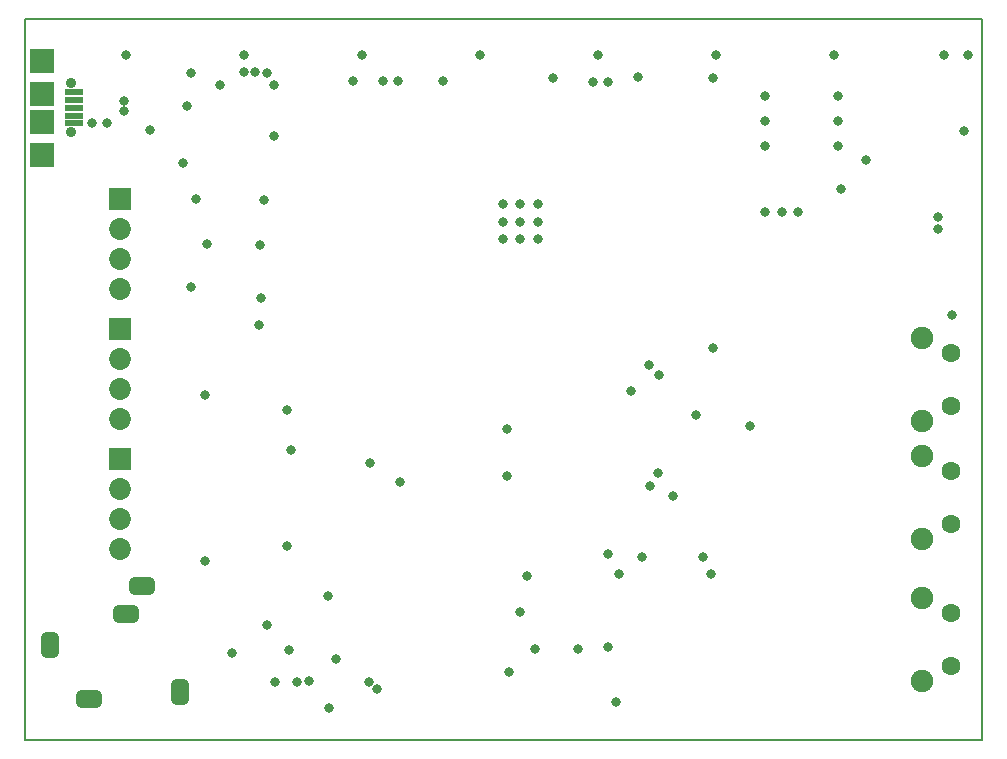
<source format=gbs>
G04*
G04 #@! TF.GenerationSoftware,Altium Limited,Altium Designer,19.0.14 (431)*
G04*
G04 Layer_Color=16711935*
%FSLAX44Y44*%
%MOMM*%
G71*
G01*
G75*
%ADD14C,0.2000*%
%ADD79C,0.9032*%
%ADD80C,1.8532*%
%ADD81R,1.8532X1.8532*%
G04:AMPARAMS|DCode=82|XSize=2.2032mm|YSize=1.5032mm|CornerRadius=0.4266mm|HoleSize=0mm|Usage=FLASHONLY|Rotation=180.000|XOffset=0mm|YOffset=0mm|HoleType=Round|Shape=RoundedRectangle|*
%AMROUNDEDRECTD82*
21,1,2.2032,0.6500,0,0,180.0*
21,1,1.3500,1.5032,0,0,180.0*
1,1,0.8532,-0.6750,0.3250*
1,1,0.8532,0.6750,0.3250*
1,1,0.8532,0.6750,-0.3250*
1,1,0.8532,-0.6750,-0.3250*
%
%ADD82ROUNDEDRECTD82*%
G04:AMPARAMS|DCode=83|XSize=2.2032mm|YSize=1.5032mm|CornerRadius=0.4266mm|HoleSize=0mm|Usage=FLASHONLY|Rotation=90.000|XOffset=0mm|YOffset=0mm|HoleType=Round|Shape=RoundedRectangle|*
%AMROUNDEDRECTD83*
21,1,2.2032,0.6500,0,0,90.0*
21,1,1.3500,1.5032,0,0,90.0*
1,1,0.8532,0.3250,0.6750*
1,1,0.8532,0.3250,-0.6750*
1,1,0.8532,-0.3250,-0.6750*
1,1,0.8532,-0.3250,0.6750*
%
%ADD83ROUNDEDRECTD83*%
%ADD84C,1.9032*%
%ADD85C,1.6032*%
%ADD86C,0.8032*%
%ADD87C,1.0032*%
%ADD88C,1.7032*%
%ADD106R,2.1032X2.1032*%
%ADD107R,2.1032X2.0032*%
%ADD108R,1.5532X0.6032*%
D14*
X0Y0D02*
X810000D01*
X0D02*
X0Y610000D01*
X810000D01*
Y0D02*
Y610000D01*
D79*
X39000Y514250D02*
D03*
Y555750D02*
D03*
D80*
X80400Y432700D02*
D03*
Y407300D02*
D03*
Y381900D02*
D03*
Y212700D02*
D03*
Y187300D02*
D03*
Y161900D02*
D03*
Y271900D02*
D03*
Y297300D02*
D03*
Y322700D02*
D03*
D81*
Y458100D02*
D03*
Y238100D02*
D03*
Y348100D02*
D03*
D82*
X99000Y130500D02*
D03*
X85000Y106500D02*
D03*
X54000Y34500D02*
D03*
D83*
X131000Y40000D02*
D03*
X21000Y80000D02*
D03*
D84*
X759000Y120050D02*
D03*
Y49950D02*
D03*
Y240050D02*
D03*
Y169950D02*
D03*
Y340050D02*
D03*
Y269950D02*
D03*
D85*
X783900Y107450D02*
D03*
Y62550D02*
D03*
Y227450D02*
D03*
Y182550D02*
D03*
Y327450D02*
D03*
Y282550D02*
D03*
D86*
X795000Y515000D02*
D03*
X133500Y488000D02*
D03*
X165250Y554000D02*
D03*
X195000Y565000D02*
D03*
X106000Y516500D02*
D03*
X140000Y564902D02*
D03*
X185000Y565000D02*
D03*
X84000Y532500D02*
D03*
Y541000D02*
D03*
X57000Y522000D02*
D03*
X69220D02*
D03*
X198000Y351000D02*
D03*
X298000Y42695D02*
D03*
X240350Y49350D02*
D03*
X685000Y580000D02*
D03*
X585000D02*
D03*
X485000D02*
D03*
X385000D02*
D03*
X285000D02*
D03*
X185000D02*
D03*
X85000D02*
D03*
X205000Y97000D02*
D03*
X408000Y263000D02*
D03*
X518800Y561000D02*
D03*
X205000Y564902D02*
D03*
X447000Y560000D02*
D03*
X480800Y556750D02*
D03*
X493250D02*
D03*
X773000Y432300D02*
D03*
Y443000D02*
D03*
X688000Y503000D02*
D03*
Y524000D02*
D03*
Y544900D02*
D03*
X626500Y447000D02*
D03*
X654000D02*
D03*
X641000D02*
D03*
X691000Y466000D02*
D03*
X712000Y491000D02*
D03*
X626500Y503000D02*
D03*
Y524000D02*
D03*
X626500Y544900D02*
D03*
X291000Y49000D02*
D03*
X493500Y157000D02*
D03*
X528750Y215250D02*
D03*
X528000Y317000D02*
D03*
X493500Y78500D02*
D03*
X536000Y226000D02*
D03*
X536500Y309000D02*
D03*
X513000Y295000D02*
D03*
X145000Y457700D02*
D03*
X614000Y266000D02*
D03*
X785000Y360000D02*
D03*
X468000Y77000D02*
D03*
X548250Y206750D02*
D03*
X175500Y73500D02*
D03*
X257000Y27000D02*
D03*
X230500Y49000D02*
D03*
X152000Y292000D02*
D03*
X199610Y374000D02*
D03*
X154000Y420000D02*
D03*
X140000Y383000D02*
D03*
X581000Y140000D02*
D03*
X503000D02*
D03*
X574250Y155000D02*
D03*
X522000Y154900D02*
D03*
X567750Y274771D02*
D03*
X353800Y557925D02*
D03*
X315700Y558000D02*
D03*
X303000D02*
D03*
X277600Y557925D02*
D03*
X292000Y234000D02*
D03*
X425000Y138400D02*
D03*
X408000Y223000D02*
D03*
X317000Y218000D02*
D03*
X223000Y76000D02*
D03*
X210850Y510850D02*
D03*
X210500Y554000D02*
D03*
X202478Y457000D02*
D03*
X432000Y77100D02*
D03*
X256500Y122000D02*
D03*
X211478Y49000D02*
D03*
X225000Y245000D02*
D03*
X263000Y68000D02*
D03*
X222000Y279000D02*
D03*
X136750Y536750D02*
D03*
X798000Y580000D02*
D03*
X778000D02*
D03*
X582400Y560200D02*
D03*
X419258Y453686D02*
D03*
X434258Y438686D02*
D03*
X419258Y423686D02*
D03*
X404258Y438686D02*
D03*
X419258D02*
D03*
X434258Y453686D02*
D03*
Y423686D02*
D03*
X404258D02*
D03*
Y453686D02*
D03*
X198500Y419250D02*
D03*
X582400Y332000D02*
D03*
X419258Y108000D02*
D03*
X500000Y32000D02*
D03*
X410000Y57000D02*
D03*
X222000Y164000D02*
D03*
X152000Y151622D02*
D03*
D87*
X14500Y575000D02*
D03*
Y495000D02*
D03*
D88*
Y523000D02*
D03*
Y547000D02*
D03*
D106*
Y523000D02*
D03*
Y547000D02*
D03*
D107*
Y495000D02*
D03*
Y575000D02*
D03*
D108*
X41250Y522000D02*
D03*
Y548000D02*
D03*
Y528500D02*
D03*
Y535000D02*
D03*
Y541500D02*
D03*
M02*

</source>
